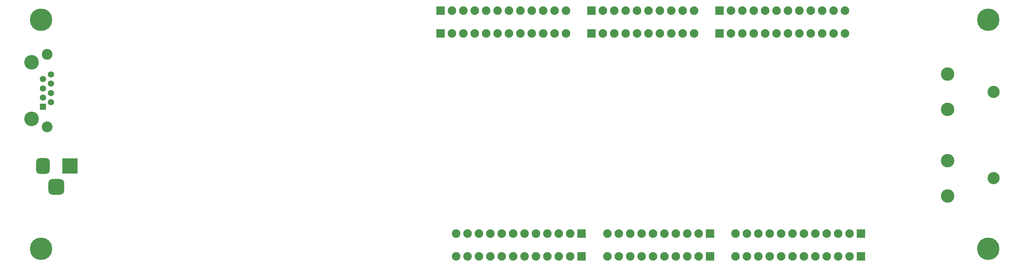
<source format=gbs>
G04 #@! TF.GenerationSoftware,KiCad,Pcbnew,8.0.9-8.0.9-0~ubuntu24.04.1*
G04 #@! TF.CreationDate,2025-10-26T13:13:23-04:00*
G04 #@! TF.ProjectId,analog_i,616e616c-6f67-45f6-992e-6b696361645f,rev?*
G04 #@! TF.SameCoordinates,Original*
G04 #@! TF.FileFunction,Soldermask,Bot*
G04 #@! TF.FilePolarity,Negative*
%FSLAX46Y46*%
G04 Gerber Fmt 4.6, Leading zero omitted, Abs format (unit mm)*
G04 Created by KiCad (PCBNEW 8.0.9-8.0.9-0~ubuntu24.04.1) date 2025-10-26 13:13:23*
%MOMM*%
%LPD*%
G01*
G04 APERTURE LIST*
G04 Aperture macros list*
%AMRoundRect*
0 Rectangle with rounded corners*
0 $1 Rounding radius*
0 $2 $3 $4 $5 $6 $7 $8 $9 X,Y pos of 4 corners*
0 Add a 4 corners polygon primitive as box body*
4,1,4,$2,$3,$4,$5,$6,$7,$8,$9,$2,$3,0*
0 Add four circle primitives for the rounded corners*
1,1,$1+$1,$2,$3*
1,1,$1+$1,$4,$5*
1,1,$1+$1,$6,$7*
1,1,$1+$1,$8,$9*
0 Add four rect primitives between the rounded corners*
20,1,$1+$1,$2,$3,$4,$5,0*
20,1,$1+$1,$4,$5,$6,$7,0*
20,1,$1+$1,$6,$7,$8,$9,0*
20,1,$1+$1,$8,$9,$2,$3,0*%
G04 Aperture macros list end*
%ADD10R,1.900000X1.900000*%
%ADD11O,1.900000X1.900000*%
%ADD12C,5.000000*%
%ADD13C,3.250000*%
%ADD14R,1.400000X1.400000*%
%ADD15C,1.400000*%
%ADD16C,2.400000*%
%ADD17C,2.700000*%
%ADD18C,3.000000*%
%ADD19R,3.500000X3.500000*%
%ADD20RoundRect,0.750000X-0.750000X-1.000000X0.750000X-1.000000X0.750000X1.000000X-0.750000X1.000000X0*%
%ADD21RoundRect,0.875000X-0.875000X-0.875000X0.875000X-0.875000X0.875000X0.875000X-0.875000X0.875000X0*%
G04 APERTURE END LIST*
D10*
G04 #@! TO.C,J3001*
X191807000Y-74481400D03*
X191807000Y-69401400D03*
D11*
X194347000Y-74481400D03*
X194347000Y-69401400D03*
X196887000Y-74481400D03*
X196887000Y-69401400D03*
X199427000Y-74481400D03*
X199427000Y-69401400D03*
X201967000Y-74481400D03*
X201967000Y-69401400D03*
X204507000Y-74481400D03*
X204507000Y-69401400D03*
X207047000Y-74481400D03*
X207047000Y-69401400D03*
X209587000Y-74481400D03*
X209587000Y-69401400D03*
X212127000Y-74481400D03*
X212127000Y-69401400D03*
X214667000Y-74481400D03*
X214667000Y-69401400D03*
X217207000Y-74481400D03*
X217207000Y-69401400D03*
X219747000Y-74481400D03*
X219747000Y-69401400D03*
G04 #@! TD*
D10*
G04 #@! TO.C,J3003*
X161080000Y-119086000D03*
X161080000Y-124166000D03*
D11*
X158540000Y-119086000D03*
X158540000Y-124166000D03*
X156000000Y-119086000D03*
X156000000Y-124166000D03*
X153460000Y-119086000D03*
X153460000Y-124166000D03*
X150920000Y-119086000D03*
X150920000Y-124166000D03*
X148380000Y-119086000D03*
X148380000Y-124166000D03*
X145840000Y-119086000D03*
X145840000Y-124166000D03*
X143300000Y-119086000D03*
X143300000Y-124166000D03*
X140760000Y-119086000D03*
X140760000Y-124166000D03*
X138220000Y-119086000D03*
X138220000Y-124166000D03*
X135680000Y-119086000D03*
X135680000Y-124166000D03*
X133140000Y-119086000D03*
X133140000Y-124166000D03*
G04 #@! TD*
D12*
G04 #@! TO.C,H3002*
X251737000Y-71441400D03*
G04 #@! TD*
D13*
G04 #@! TO.C,J13001*
X38626273Y-93516301D03*
X38626273Y-80916301D03*
D14*
X41166273Y-90786301D03*
D15*
X42946273Y-89766301D03*
X41166273Y-88746301D03*
X42946273Y-87726301D03*
X41166273Y-86706301D03*
X42946273Y-85686301D03*
X41166273Y-84666301D03*
X42946273Y-83646301D03*
D16*
X42056273Y-95266301D03*
X42056273Y-79166301D03*
G04 #@! TD*
D12*
G04 #@! TO.C,H2001*
X40690000Y-71440000D03*
G04 #@! TD*
D17*
G04 #@! TO.C,J9001*
X252858850Y-106743250D03*
D18*
X242608850Y-110693250D03*
X242608850Y-102793250D03*
G04 #@! TD*
D12*
G04 #@! TO.C,H2002*
X40715400Y-122443200D03*
G04 #@! TD*
G04 #@! TO.C,H3001*
X251737000Y-122495400D03*
G04 #@! TD*
D10*
G04 #@! TO.C,J3006*
X129685600Y-74483600D03*
X129685600Y-69403600D03*
D11*
X132225600Y-74483600D03*
X132225600Y-69403600D03*
X134765600Y-74483600D03*
X134765600Y-69403600D03*
X137305600Y-74483600D03*
X137305600Y-69403600D03*
X139845600Y-74483600D03*
X139845600Y-69403600D03*
X142385600Y-74483600D03*
X142385600Y-69403600D03*
X144925600Y-74483600D03*
X144925600Y-69403600D03*
X147465600Y-74483600D03*
X147465600Y-69403600D03*
X150005600Y-74483600D03*
X150005600Y-69403600D03*
X152545600Y-74483600D03*
X152545600Y-69403600D03*
X155085600Y-74483600D03*
X155085600Y-69403600D03*
X157625600Y-74483600D03*
X157625600Y-69403600D03*
G04 #@! TD*
D17*
G04 #@! TO.C,J15001*
X252867000Y-87491400D03*
D18*
X242617000Y-91441400D03*
X242617000Y-83541400D03*
G04 #@! TD*
D10*
G04 #@! TO.C,J3005*
X163287000Y-74491400D03*
X163287000Y-69411400D03*
D11*
X165827000Y-74491400D03*
X165827000Y-69411400D03*
X168367000Y-74491400D03*
X168367000Y-69411400D03*
X170907000Y-74491400D03*
X170907000Y-69411400D03*
X173447000Y-74491400D03*
X173447000Y-69411400D03*
X175987000Y-74491400D03*
X175987000Y-69411400D03*
X178527000Y-74491400D03*
X178527000Y-69411400D03*
X181067000Y-74491400D03*
X181067000Y-69411400D03*
X183607000Y-74491400D03*
X183607000Y-69411400D03*
X186147000Y-74491400D03*
X186147000Y-69411400D03*
G04 #@! TD*
D10*
G04 #@! TO.C,J3004*
X223365200Y-119088300D03*
X223365200Y-124168300D03*
D11*
X220825200Y-119088300D03*
X220825200Y-124168300D03*
X218285200Y-119088300D03*
X218285200Y-124168300D03*
X215745200Y-119088300D03*
X215745200Y-124168300D03*
X213205200Y-119088300D03*
X213205200Y-124168300D03*
X210665200Y-119088300D03*
X210665200Y-124168300D03*
X208125200Y-119088300D03*
X208125200Y-124168300D03*
X205585200Y-119088300D03*
X205585200Y-124168300D03*
X203045200Y-119088300D03*
X203045200Y-124168300D03*
X200505200Y-119088300D03*
X200505200Y-124168300D03*
X197965200Y-119088300D03*
X197965200Y-124168300D03*
X195425200Y-119088300D03*
X195425200Y-124168300D03*
G04 #@! TD*
D19*
G04 #@! TO.C,J8001*
X47136273Y-103978801D03*
D20*
X41136273Y-103978801D03*
D21*
X44136273Y-108678801D03*
G04 #@! TD*
D10*
G04 #@! TO.C,J3002*
X189687000Y-119091400D03*
X189687000Y-124171400D03*
D11*
X187147000Y-119091400D03*
X187147000Y-124171400D03*
X184607000Y-119091400D03*
X184607000Y-124171400D03*
X182067000Y-119091400D03*
X182067000Y-124171400D03*
X179527000Y-119091400D03*
X179527000Y-124171400D03*
X176987000Y-119091400D03*
X176987000Y-124171400D03*
X174447000Y-119091400D03*
X174447000Y-124171400D03*
X171907000Y-119091400D03*
X171907000Y-124171400D03*
X169367000Y-119091400D03*
X169367000Y-124171400D03*
X166827000Y-119091400D03*
X166827000Y-124171400D03*
G04 #@! TD*
M02*

</source>
